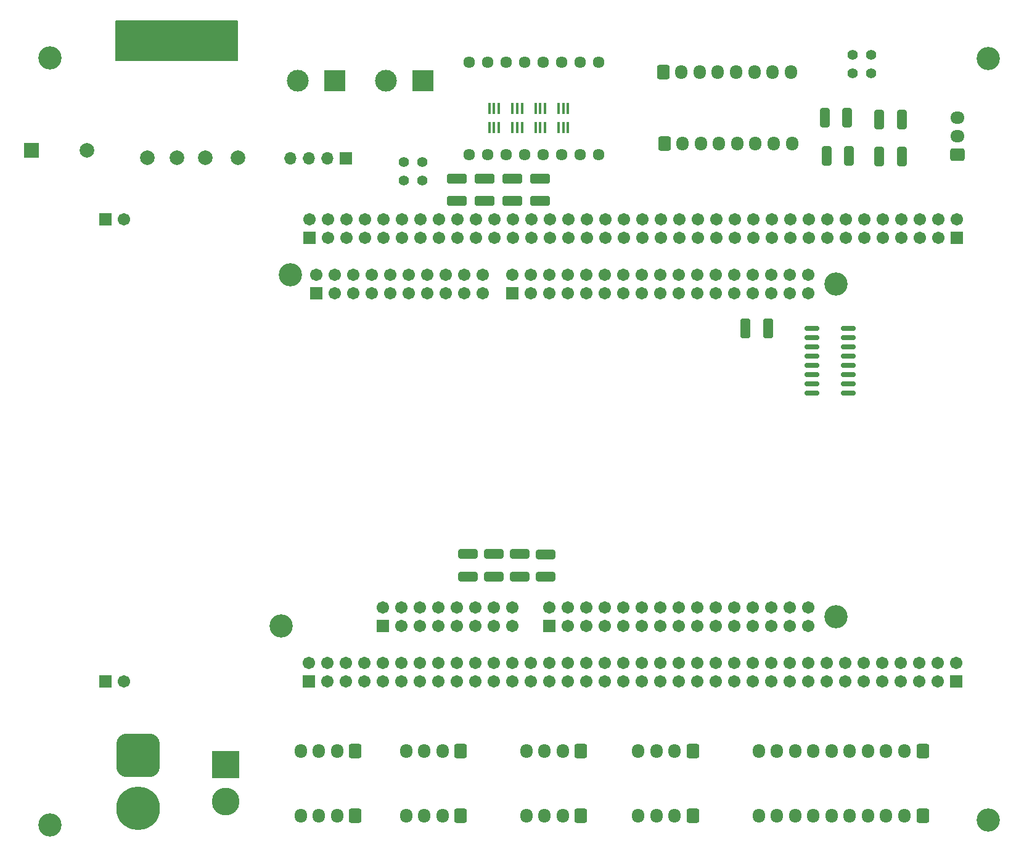
<source format=gbr>
%TF.GenerationSoftware,KiCad,Pcbnew,8.0.2-rc1*%
%TF.CreationDate,2024-12-09T19:43:04+01:00*%
%TF.ProjectId,Carte-Principale,43617274-652d-4507-9269-6e636970616c,rev?*%
%TF.SameCoordinates,Original*%
%TF.FileFunction,Soldermask,Bot*%
%TF.FilePolarity,Negative*%
%FSLAX46Y46*%
G04 Gerber Fmt 4.6, Leading zero omitted, Abs format (unit mm)*
G04 Created by KiCad (PCBNEW 8.0.2-rc1) date 2024-12-09 19:43:04*
%MOMM*%
%LPD*%
G01*
G04 APERTURE LIST*
G04 Aperture macros list*
%AMRoundRect*
0 Rectangle with rounded corners*
0 $1 Rounding radius*
0 $2 $3 $4 $5 $6 $7 $8 $9 X,Y pos of 4 corners*
0 Add a 4 corners polygon primitive as box body*
4,1,4,$2,$3,$4,$5,$6,$7,$8,$9,$2,$3,0*
0 Add four circle primitives for the rounded corners*
1,1,$1+$1,$2,$3*
1,1,$1+$1,$4,$5*
1,1,$1+$1,$6,$7*
1,1,$1+$1,$8,$9*
0 Add four rect primitives between the rounded corners*
20,1,$1+$1,$2,$3,$4,$5,0*
20,1,$1+$1,$4,$5,$6,$7,0*
20,1,$1+$1,$6,$7,$8,$9,0*
20,1,$1+$1,$8,$9,$2,$3,0*%
G04 Aperture macros list end*
%ADD10C,0.200000*%
%ADD11RoundRect,0.250000X0.600000X0.725000X-0.600000X0.725000X-0.600000X-0.725000X0.600000X-0.725000X0*%
%ADD12O,1.700000X1.950000*%
%ADD13C,3.200000*%
%ADD14C,1.609600*%
%ADD15C,1.400000*%
%ADD16R,3.000000X3.000000*%
%ADD17C,3.000000*%
%ADD18R,1.700000X1.700000*%
%ADD19O,1.700000X1.700000*%
%ADD20RoundRect,0.102000X0.754000X-0.754000X0.754000X0.754000X-0.754000X0.754000X-0.754000X-0.754000X0*%
%ADD21C,1.712000*%
%ADD22C,2.000000*%
%ADD23R,3.800000X3.800000*%
%ADD24C,3.800000*%
%ADD25RoundRect,0.250000X0.725000X-0.600000X0.725000X0.600000X-0.725000X0.600000X-0.725000X-0.600000X0*%
%ADD26O,1.950000X1.700000*%
%ADD27R,2.000000X2.000000*%
%ADD28RoundRect,0.250000X-0.600000X-0.725000X0.600000X-0.725000X0.600000X0.725000X-0.600000X0.725000X0*%
%ADD29RoundRect,1.500000X-1.500000X1.500000X-1.500000X-1.500000X1.500000X-1.500000X1.500000X1.500000X0*%
%ADD30C,6.000000*%
%ADD31RoundRect,0.100000X0.100000X-0.650000X0.100000X0.650000X-0.100000X0.650000X-0.100000X-0.650000X0*%
%ADD32RoundRect,0.250000X1.075000X-0.400000X1.075000X0.400000X-1.075000X0.400000X-1.075000X-0.400000X0*%
%ADD33RoundRect,0.250000X0.400000X1.075000X-0.400000X1.075000X-0.400000X-1.075000X0.400000X-1.075000X0*%
%ADD34RoundRect,0.250000X0.412500X1.100000X-0.412500X1.100000X-0.412500X-1.100000X0.412500X-1.100000X0*%
%ADD35RoundRect,0.250000X1.100000X-0.412500X1.100000X0.412500X-1.100000X0.412500X-1.100000X-0.412500X0*%
%ADD36RoundRect,0.150000X0.825000X0.150000X-0.825000X0.150000X-0.825000X-0.150000X0.825000X-0.150000X0*%
%ADD37RoundRect,0.250000X-0.400000X-1.075000X0.400000X-1.075000X0.400000X1.075000X-0.400000X1.075000X0*%
G04 APERTURE END LIST*
D10*
X85249000Y-29845000D02*
X101949000Y-29845000D01*
X101949000Y-35245000D01*
X85249000Y-35245000D01*
X85249000Y-29845000D01*
G36*
X85249000Y-29845000D02*
G01*
X101949000Y-29845000D01*
X101949000Y-35245000D01*
X85249000Y-35245000D01*
X85249000Y-29845000D01*
G37*
D11*
%TO.C,J6*%
X149105000Y-130175000D03*
D12*
X146605000Y-130175000D03*
X144105000Y-130175000D03*
X141605000Y-130175000D03*
%TD*%
D13*
%TO.C,H2*%
X76200000Y-140335000D03*
%TD*%
D14*
%TO.C,DRV1*%
X146431000Y-35560000D03*
X143891000Y-35560000D03*
X141351000Y-35560000D03*
X138811000Y-35560000D03*
X151511000Y-48260000D03*
X148971000Y-48260000D03*
X148971000Y-35560000D03*
X151511000Y-35560000D03*
X136271000Y-35560000D03*
X141351000Y-48260000D03*
X138811000Y-48260000D03*
X136271000Y-48260000D03*
X133731000Y-48260000D03*
X143891000Y-48260000D03*
X146431000Y-48260000D03*
X133731000Y-35560000D03*
%TD*%
D15*
%TO.C,TP6*%
X127321000Y-51750000D03*
X124781000Y-51750000D03*
%TD*%
D16*
%TO.C,J5*%
X127381000Y-38100000D03*
D17*
X122301000Y-38100000D03*
%TD*%
D18*
%TO.C,J2*%
X116840000Y-48768000D03*
D19*
X114300000Y-48768000D03*
X111760000Y-48768000D03*
X109220000Y-48768000D03*
%TD*%
D13*
%TO.C,U2*%
X107945000Y-113030000D03*
X184145000Y-111760000D03*
X184145000Y-66040000D03*
X109215000Y-64770000D03*
D20*
X83815000Y-120650000D03*
D21*
X86355000Y-120650000D03*
D20*
X83815000Y-57150000D03*
D21*
X86355000Y-57150000D03*
D20*
X112771000Y-67310000D03*
D21*
X112771000Y-64770000D03*
X115311000Y-67310000D03*
X115311000Y-64770000D03*
X117851000Y-67310000D03*
X117851000Y-64770000D03*
X120391000Y-67310000D03*
X120391000Y-64770000D03*
X122931000Y-67310000D03*
X122931000Y-64770000D03*
X125471000Y-67310000D03*
X125471000Y-64770000D03*
X128011000Y-67310000D03*
X128011000Y-64770000D03*
X130551000Y-67310000D03*
X130551000Y-64770000D03*
X133091000Y-67310000D03*
X133091000Y-64770000D03*
X135631000Y-67310000D03*
X135631000Y-64770000D03*
D20*
X121915000Y-113030000D03*
D21*
X121915000Y-110490000D03*
X124455000Y-113030000D03*
X124455000Y-110490000D03*
X126995000Y-113030000D03*
X126995000Y-110490000D03*
X129535000Y-113030000D03*
X129535000Y-110490000D03*
X132075000Y-113030000D03*
X132075000Y-110490000D03*
X134615000Y-113030000D03*
X134615000Y-110490000D03*
X137155000Y-113030000D03*
X137155000Y-110490000D03*
X139695000Y-113030000D03*
X139695000Y-110490000D03*
D20*
X144775000Y-113030000D03*
D21*
X144775000Y-110490000D03*
X147315000Y-113030000D03*
X147315000Y-110490000D03*
X149855000Y-113030000D03*
X149855000Y-110490000D03*
X152395000Y-113030000D03*
X152395000Y-110490000D03*
X154935000Y-113030000D03*
X154935000Y-110490000D03*
X157475000Y-113030000D03*
X157475000Y-110490000D03*
X160015000Y-113030000D03*
X160015000Y-110490000D03*
X162555000Y-113030000D03*
X162555000Y-110490000D03*
X165095000Y-113030000D03*
X165095000Y-110490000D03*
X167635000Y-113030000D03*
X167635000Y-110490000D03*
X170175000Y-113030000D03*
X170175000Y-110490000D03*
X172715000Y-113030000D03*
X172715000Y-110490000D03*
X175255000Y-113030000D03*
X175255000Y-110490000D03*
X177795000Y-113030000D03*
X177795000Y-110490000D03*
X180335000Y-113030000D03*
X180335000Y-110490000D03*
D20*
X139695000Y-67310000D03*
D21*
X139695000Y-64770000D03*
X142235000Y-67310000D03*
X142235000Y-64770000D03*
X144775000Y-67310000D03*
X144775000Y-64770000D03*
X147315000Y-67310000D03*
X147315000Y-64770000D03*
X149855000Y-67310000D03*
X149855000Y-64770000D03*
X152395000Y-67310000D03*
X152395000Y-64770000D03*
X154935000Y-67310000D03*
X154935000Y-64770000D03*
X157475000Y-67310000D03*
X157475000Y-64770000D03*
X160015000Y-67310000D03*
X160015000Y-64770000D03*
X162555000Y-67310000D03*
X162555000Y-64770000D03*
X165095000Y-67310000D03*
X165095000Y-64770000D03*
X167635000Y-67310000D03*
X167635000Y-64770000D03*
X170175000Y-67310000D03*
X170175000Y-64770000D03*
X172715000Y-67310000D03*
X172715000Y-64770000D03*
X175255000Y-67310000D03*
X175255000Y-64770000D03*
X177795000Y-67310000D03*
X177795000Y-64770000D03*
X180335000Y-67310000D03*
X180335000Y-64770000D03*
D20*
X111755000Y-120650000D03*
D21*
X111755000Y-118110000D03*
X114295000Y-120650000D03*
X114295000Y-118110000D03*
X116835000Y-120650000D03*
X116835000Y-118110000D03*
X119375000Y-120650000D03*
X119375000Y-118110000D03*
X121915000Y-120650000D03*
X121915000Y-118110000D03*
X124455000Y-120650000D03*
X124455000Y-118110000D03*
X126995000Y-120650000D03*
X126995000Y-118110000D03*
X129535000Y-120650000D03*
X129535000Y-118110000D03*
X132075000Y-120650000D03*
X132075000Y-118110000D03*
X134615000Y-120650000D03*
X134615000Y-118110000D03*
X137155000Y-120650000D03*
X137155000Y-118110000D03*
X139695000Y-120650000D03*
X139695000Y-118110000D03*
X142235000Y-120650000D03*
X142235000Y-118110000D03*
X144775000Y-120650000D03*
X144775000Y-118110000D03*
X147315000Y-120650000D03*
X147315000Y-118110000D03*
X149855000Y-120650000D03*
X149855000Y-118110000D03*
X152395000Y-120650000D03*
X152395000Y-118110000D03*
X154935000Y-120650000D03*
X154935000Y-118110000D03*
X157475000Y-120650000D03*
X157475000Y-118110000D03*
X160015000Y-120650000D03*
X160015000Y-118110000D03*
X162555000Y-120650000D03*
X162555000Y-118110000D03*
X165095000Y-120650000D03*
X165095000Y-118110000D03*
X167635000Y-120650000D03*
X167635000Y-118110000D03*
X170175000Y-120650000D03*
X170175000Y-118110000D03*
X172715000Y-120650000D03*
X172715000Y-118110000D03*
X175255000Y-120650000D03*
X175255000Y-118110000D03*
X177795000Y-120650000D03*
X177795000Y-118110000D03*
X180335000Y-120650000D03*
X180335000Y-118110000D03*
X182875000Y-120650000D03*
X182875000Y-118110000D03*
X185415000Y-120650000D03*
X185415000Y-118110000D03*
X187955000Y-120650000D03*
X187955000Y-118110000D03*
X190495000Y-120650000D03*
X190495000Y-118110000D03*
X193035000Y-120650000D03*
X193035000Y-118110000D03*
X195575000Y-120650000D03*
X195575000Y-118110000D03*
X198115000Y-120650000D03*
X198115000Y-118110000D03*
D20*
X111775000Y-59690000D03*
D21*
X111775000Y-57150000D03*
X114315000Y-59690000D03*
X114315000Y-57150000D03*
X116855000Y-59690000D03*
X116855000Y-57150000D03*
X119395000Y-59690000D03*
X119395000Y-57150000D03*
X121935000Y-59690000D03*
X121935000Y-57150000D03*
X124475000Y-59690000D03*
X124475000Y-57150000D03*
X127015000Y-59690000D03*
X127015000Y-57150000D03*
X129555000Y-59690000D03*
X129555000Y-57150000D03*
X132095000Y-59690000D03*
X132095000Y-57150000D03*
X134635000Y-59690000D03*
X134635000Y-57150000D03*
X137175000Y-59690000D03*
X137175000Y-57150000D03*
X139715000Y-59690000D03*
X139715000Y-57150000D03*
X142255000Y-59690000D03*
X142255000Y-57150000D03*
X144795000Y-59690000D03*
X144795000Y-57150000D03*
X147335000Y-59690000D03*
X147335000Y-57150000D03*
X149875000Y-59690000D03*
X149875000Y-57150000D03*
X152415000Y-59690000D03*
X152415000Y-57150000D03*
X154955000Y-59690000D03*
X154955000Y-57150000D03*
X157495000Y-59690000D03*
X157495000Y-57150000D03*
X160035000Y-59690000D03*
X160035000Y-57150000D03*
X162575000Y-59690000D03*
X162575000Y-57150000D03*
X165115000Y-59690000D03*
X165115000Y-57150000D03*
X167655000Y-59690000D03*
X167655000Y-57150000D03*
X170195000Y-59690000D03*
X170195000Y-57150000D03*
X172735000Y-59690000D03*
X172735000Y-57150000D03*
X175275000Y-59690000D03*
X175275000Y-57150000D03*
X177815000Y-59690000D03*
X177815000Y-57150000D03*
X180355000Y-59690000D03*
X180355000Y-57150000D03*
X182895000Y-59690000D03*
X182895000Y-57150000D03*
X185435000Y-59690000D03*
X185435000Y-57150000D03*
X187975000Y-59690000D03*
X187975000Y-57150000D03*
X190515000Y-59690000D03*
X190515000Y-57150000D03*
X193055000Y-59690000D03*
X193055000Y-57150000D03*
X195595000Y-59690000D03*
X195595000Y-57150000D03*
X198135000Y-59690000D03*
X198135000Y-57150000D03*
D20*
X200675000Y-59690000D03*
D21*
X200675000Y-57150000D03*
D20*
X200655000Y-120650000D03*
D21*
X200655000Y-118110000D03*
%TD*%
D22*
%TO.C,TP3*%
X93599000Y-48641000D03*
%TD*%
D11*
%TO.C,J18*%
X164465000Y-139065000D03*
D12*
X161965000Y-139065000D03*
X159465000Y-139065000D03*
X156965000Y-139065000D03*
%TD*%
D13*
%TO.C,H1*%
X76200000Y-34925000D03*
%TD*%
D23*
%TO.C,J4*%
X100330000Y-132080000D03*
D24*
X100330000Y-137080000D03*
%TD*%
D13*
%TO.C,H4*%
X205000000Y-139700000D03*
%TD*%
D11*
%TO.C,SW2*%
X118110000Y-130175000D03*
D12*
X115610000Y-130175000D03*
X113110000Y-130175000D03*
X110610000Y-130175000D03*
%TD*%
D25*
%TO.C,J15*%
X200770000Y-48180000D03*
D26*
X200770000Y-45680000D03*
X200770000Y-43180000D03*
%TD*%
D27*
%TO.C,BZ1*%
X73660000Y-47625000D03*
D22*
X81260000Y-47625000D03*
%TD*%
D13*
%TO.C,H3*%
X205000000Y-35000000D03*
%TD*%
D15*
%TO.C,TP9*%
X186416000Y-37084000D03*
X188956000Y-37084000D03*
%TD*%
D28*
%TO.C,J8*%
X160401000Y-36850000D03*
D12*
X162901000Y-36850000D03*
X165401000Y-36850000D03*
X167901000Y-36850000D03*
X170401000Y-36850000D03*
X172901000Y-36850000D03*
X175401000Y-36850000D03*
X177901000Y-36850000D03*
%TD*%
D11*
%TO.C,SW4*%
X132595573Y-130174181D03*
D12*
X130095573Y-130174181D03*
X127595573Y-130174181D03*
X125095573Y-130174181D03*
%TD*%
D22*
%TO.C,TP5*%
X89535000Y-48641000D03*
%TD*%
D11*
%TO.C,J21*%
X164472000Y-130175819D03*
D12*
X161972000Y-130175819D03*
X159472000Y-130175819D03*
X156972000Y-130175819D03*
%TD*%
D28*
%TO.C,J13*%
X160568000Y-46736000D03*
D12*
X163068000Y-46736000D03*
X165568000Y-46736000D03*
X168068000Y-46736000D03*
X170568000Y-46736000D03*
X173068000Y-46736000D03*
X175568000Y-46736000D03*
X178068000Y-46736000D03*
%TD*%
D11*
%TO.C,J7*%
X196015000Y-130175000D03*
D12*
X193515000Y-130175000D03*
X191015000Y-130175000D03*
X188515000Y-130175000D03*
X186015000Y-130175000D03*
X183515000Y-130175000D03*
X181015000Y-130175000D03*
X178515000Y-130175000D03*
X176015000Y-130175000D03*
X173515000Y-130175000D03*
%TD*%
D22*
%TO.C,TP2*%
X101981000Y-48641000D03*
%TD*%
D11*
%TO.C,J9*%
X149105000Y-139065000D03*
D12*
X146605000Y-139065000D03*
X144105000Y-139065000D03*
X141605000Y-139065000D03*
%TD*%
D29*
%TO.C,J3*%
X88265000Y-130810000D03*
D30*
X88265000Y-138010000D03*
%TD*%
D11*
%TO.C,SW1*%
X118110000Y-139065000D03*
D12*
X115610000Y-139065000D03*
X113110000Y-139065000D03*
X110610000Y-139065000D03*
%TD*%
D11*
%TO.C,J10*%
X196015000Y-139065000D03*
D12*
X193515000Y-139065000D03*
X191015000Y-139065000D03*
X188515000Y-139065000D03*
X186015000Y-139065000D03*
X183515000Y-139065000D03*
X181015000Y-139065000D03*
X178515000Y-139065000D03*
X176015000Y-139065000D03*
X173515000Y-139065000D03*
%TD*%
D15*
%TO.C,TP7*%
X127321000Y-49210000D03*
X124781000Y-49210000D03*
%TD*%
D16*
%TO.C,J1*%
X115316000Y-38100000D03*
D17*
X110236000Y-38100000D03*
%TD*%
D22*
%TO.C,TP1*%
X97536000Y-48641000D03*
%TD*%
D15*
%TO.C,TP8*%
X186436000Y-34544000D03*
X188976000Y-34544000D03*
%TD*%
D11*
%TO.C,SW3*%
X132595573Y-139064181D03*
D12*
X130095573Y-139064181D03*
X127595573Y-139064181D03*
X125095573Y-139064181D03*
%TD*%
D31*
%TO.C,U6*%
X147320000Y-44510000D03*
X146670000Y-44510000D03*
X146020000Y-44510000D03*
X146020000Y-41850000D03*
X146670000Y-41850000D03*
X147320000Y-41850000D03*
%TD*%
%TO.C,U4*%
X137810000Y-44510000D03*
X137160000Y-44510000D03*
X136510000Y-44510000D03*
X136510000Y-41850000D03*
X137160000Y-41850000D03*
X137810000Y-41850000D03*
%TD*%
D32*
%TO.C,R31*%
X137160000Y-106224000D03*
X137160000Y-103124000D03*
%TD*%
%TO.C,R32*%
X133604000Y-106224000D03*
X133604000Y-103124000D03*
%TD*%
D33*
%TO.C,R27*%
X185680000Y-43180000D03*
X182580000Y-43180000D03*
%TD*%
D34*
%TO.C,C7*%
X174790500Y-72136000D03*
X171665500Y-72136000D03*
%TD*%
D35*
%TO.C,C5*%
X139700000Y-54610000D03*
X139700000Y-51485000D03*
%TD*%
D31*
%TO.C,U7*%
X144160000Y-44510000D03*
X143510000Y-44510000D03*
X142860000Y-44510000D03*
X142860000Y-41850000D03*
X143510000Y-41850000D03*
X144160000Y-41850000D03*
%TD*%
D35*
%TO.C,C3*%
X132080000Y-54610000D03*
X132080000Y-51485000D03*
%TD*%
D36*
%TO.C,U3*%
X185798000Y-72080000D03*
X185798000Y-73350000D03*
X185798000Y-74620000D03*
X185798000Y-75890000D03*
X185798000Y-77160000D03*
X185798000Y-78430000D03*
X185798000Y-79700000D03*
X185798000Y-80970000D03*
X180848000Y-80970000D03*
X180848000Y-79700000D03*
X180848000Y-78430000D03*
X180848000Y-77160000D03*
X180848000Y-75890000D03*
X180848000Y-74620000D03*
X180848000Y-73350000D03*
X180848000Y-72080000D03*
%TD*%
D31*
%TO.C,U5*%
X140985000Y-44510000D03*
X140335000Y-44510000D03*
X139685000Y-44510000D03*
X139685000Y-41850000D03*
X140335000Y-41850000D03*
X140985000Y-41850000D03*
%TD*%
D35*
%TO.C,C4*%
X135890000Y-54610000D03*
X135890000Y-51485000D03*
%TD*%
%TO.C,C6*%
X143510000Y-54610000D03*
X143510000Y-51485000D03*
%TD*%
D37*
%TO.C,R28*%
X190080000Y-43430000D03*
X193180000Y-43430000D03*
%TD*%
%TO.C,R29*%
X182830000Y-48430000D03*
X185930000Y-48430000D03*
%TD*%
D32*
%TO.C,R34*%
X144272000Y-106254000D03*
X144272000Y-103154000D03*
%TD*%
%TO.C,R33*%
X140716000Y-106224000D03*
X140716000Y-103124000D03*
%TD*%
D33*
%TO.C,R30*%
X193180000Y-48510000D03*
X190080000Y-48510000D03*
%TD*%
M02*

</source>
